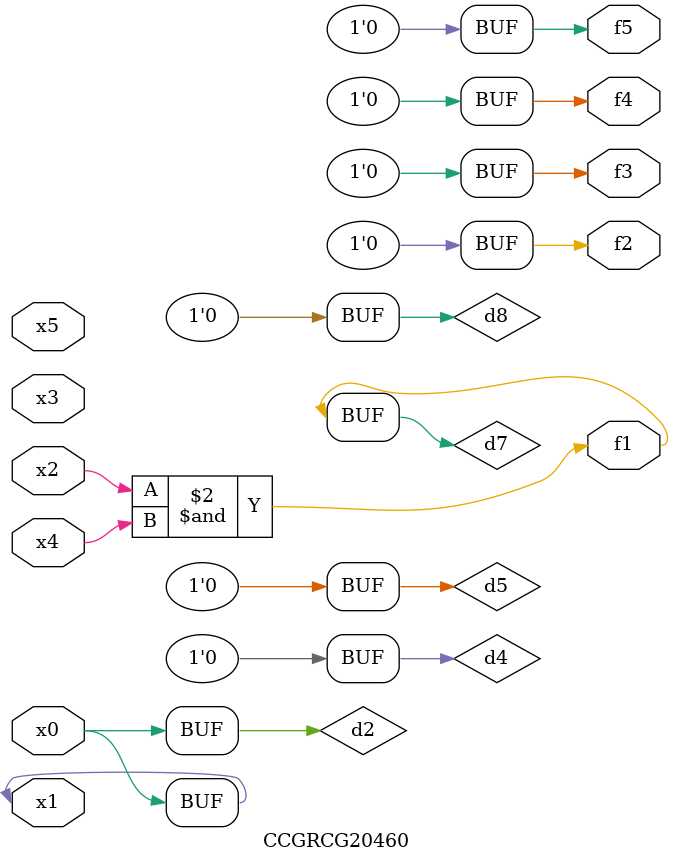
<source format=v>
module CCGRCG20460(
	input x0, x1, x2, x3, x4, x5,
	output f1, f2, f3, f4, f5
);

	wire d1, d2, d3, d4, d5, d6, d7, d8, d9;

	nand (d1, x1);
	buf (d2, x0, x1);
	nand (d3, x2, x4);
	and (d4, d1, d2);
	and (d5, d1, d2);
	nand (d6, d1, d3);
	not (d7, d3);
	xor (d8, d5);
	nor (d9, d5, d6);
	assign f1 = d7;
	assign f2 = d8;
	assign f3 = d8;
	assign f4 = d8;
	assign f5 = d8;
endmodule

</source>
